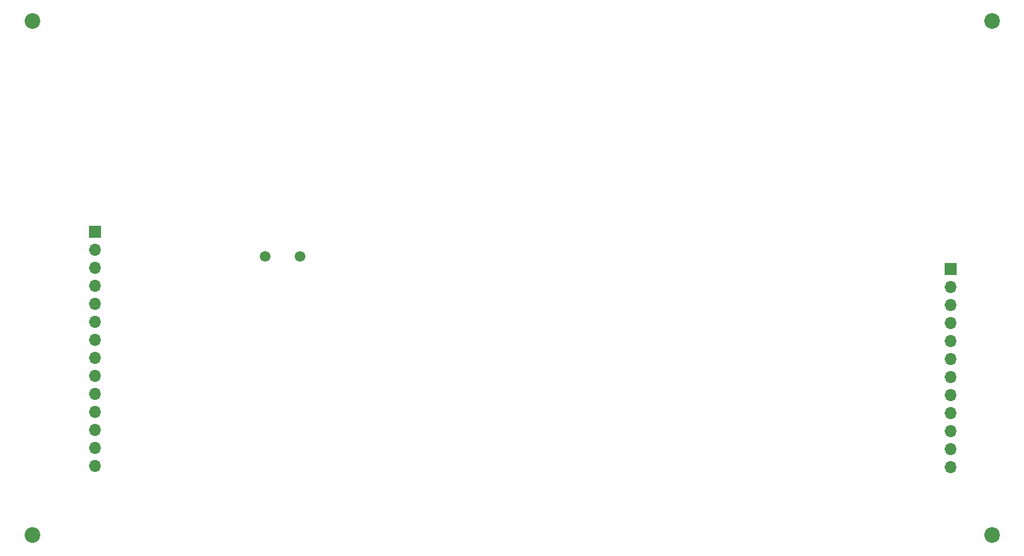
<source format=gbs>
G04 #@! TF.GenerationSoftware,KiCad,Pcbnew,8.0.4-8.0.4-0~ubuntu22.04.1*
G04 #@! TF.CreationDate,2024-08-18T20:01:01-04:00*
G04 #@! TF.ProjectId,CS4272-CZZ_Breakout_Board,43533432-3732-42d4-935a-5a5f42726561,rev?*
G04 #@! TF.SameCoordinates,Original*
G04 #@! TF.FileFunction,Soldermask,Bot*
G04 #@! TF.FilePolarity,Negative*
%FSLAX46Y46*%
G04 Gerber Fmt 4.6, Leading zero omitted, Abs format (unit mm)*
G04 Created by KiCad (PCBNEW 8.0.4-8.0.4-0~ubuntu22.04.1) date 2024-08-18 20:01:01*
%MOMM*%
%LPD*%
G01*
G04 APERTURE LIST*
%ADD10C,2.200000*%
%ADD11R,1.700000X1.700000*%
%ADD12O,1.700000X1.700000*%
%ADD13C,1.500000*%
G04 APERTURE END LIST*
D10*
X217325000Y-136850000D03*
D11*
X211506250Y-99347500D03*
D12*
X211506250Y-101887500D03*
X211506250Y-104427500D03*
X211506250Y-106967500D03*
X211506250Y-109507500D03*
X211506250Y-112047500D03*
X211506250Y-114587500D03*
X211506250Y-117127500D03*
X211506250Y-119667500D03*
X211506250Y-122207500D03*
X211506250Y-124747500D03*
X211506250Y-127287500D03*
D10*
X217325000Y-64350000D03*
X82175000Y-64350000D03*
D11*
X91000000Y-94100000D03*
D12*
X91000000Y-96640000D03*
X91000000Y-99180000D03*
X91000000Y-101720000D03*
X91000000Y-104260000D03*
X91000000Y-106800000D03*
X91000000Y-109340000D03*
X91000000Y-111880000D03*
X91000000Y-114420000D03*
X91000000Y-116960000D03*
X91000000Y-119500000D03*
X91000000Y-122040000D03*
X91000000Y-124580000D03*
X91000000Y-127120000D03*
D10*
X82175000Y-136850000D03*
D13*
X119875000Y-97600000D03*
X114995000Y-97600000D03*
M02*

</source>
